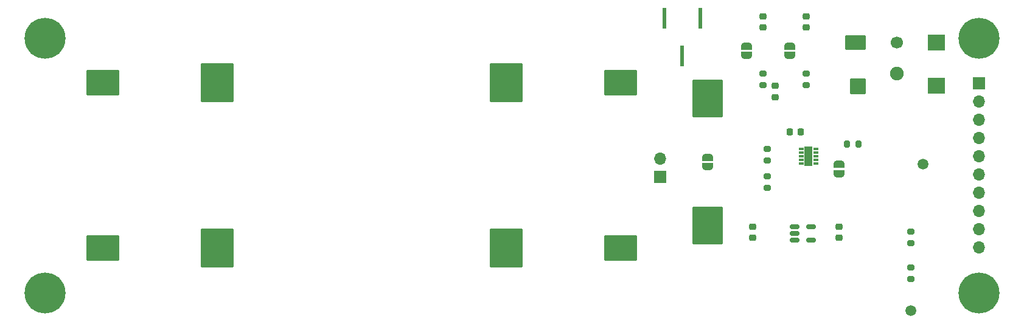
<source format=gts>
%TF.GenerationSoftware,KiCad,Pcbnew,8.0.5*%
%TF.CreationDate,2024-12-09T00:18:15-08:00*%
%TF.ProjectId,newbatt,6e657762-6174-4742-9e6b-696361645f70,3*%
%TF.SameCoordinates,Original*%
%TF.FileFunction,Soldermask,Top*%
%TF.FilePolarity,Negative*%
%FSLAX46Y46*%
G04 Gerber Fmt 4.6, Leading zero omitted, Abs format (unit mm)*
G04 Created by KiCad (PCBNEW 8.0.5) date 2024-12-09 00:18:15*
%MOMM*%
%LPD*%
G01*
G04 APERTURE LIST*
G04 Aperture macros list*
%AMRoundRect*
0 Rectangle with rounded corners*
0 $1 Rounding radius*
0 $2 $3 $4 $5 $6 $7 $8 $9 X,Y pos of 4 corners*
0 Add a 4 corners polygon primitive as box body*
4,1,4,$2,$3,$4,$5,$6,$7,$8,$9,$2,$3,0*
0 Add four circle primitives for the rounded corners*
1,1,$1+$1,$2,$3*
1,1,$1+$1,$4,$5*
1,1,$1+$1,$6,$7*
1,1,$1+$1,$8,$9*
0 Add four rect primitives between the rounded corners*
20,1,$1+$1,$2,$3,$4,$5,0*
20,1,$1+$1,$4,$5,$6,$7,0*
20,1,$1+$1,$6,$7,$8,$9,0*
20,1,$1+$1,$8,$9,$2,$3,0*%
%AMFreePoly0*
4,1,19,0.500000,-0.750000,0.000000,-0.750000,0.000000,-0.744911,-0.071157,-0.744911,-0.207708,-0.704816,-0.327430,-0.627875,-0.420627,-0.520320,-0.479746,-0.390866,-0.500000,-0.250000,-0.500000,0.250000,-0.479746,0.390866,-0.420627,0.520320,-0.327430,0.627875,-0.207708,0.704816,-0.071157,0.744911,0.000000,0.744911,0.000000,0.750000,0.500000,0.750000,0.500000,-0.750000,0.500000,-0.750000,
$1*%
%AMFreePoly1*
4,1,19,0.000000,0.744911,0.071157,0.744911,0.207708,0.704816,0.327430,0.627875,0.420627,0.520320,0.479746,0.390866,0.500000,0.250000,0.500000,-0.250000,0.479746,-0.390866,0.420627,-0.520320,0.327430,-0.627875,0.207708,-0.704816,0.071157,-0.744911,0.000000,-0.744911,0.000000,-0.750000,-0.500000,-0.750000,-0.500000,0.750000,0.000000,0.750000,0.000000,0.744911,0.000000,0.744911,
$1*%
G04 Aperture macros list end*
%ADD10C,0.000000*%
%ADD11C,1.500000*%
%ADD12FreePoly0,90.000000*%
%ADD13FreePoly1,90.000000*%
%ADD14RoundRect,0.102000X2.000000X-2.500000X2.000000X2.500000X-2.000000X2.500000X-2.000000X-2.500000X0*%
%ADD15C,3.600000*%
%ADD16C,5.700000*%
%ADD17R,0.558800X2.971800*%
%ADD18RoundRect,0.200000X0.275000X-0.200000X0.275000X0.200000X-0.275000X0.200000X-0.275000X-0.200000X0*%
%ADD19RoundRect,0.102000X2.150000X1.650000X-2.150000X1.650000X-2.150000X-1.650000X2.150000X-1.650000X0*%
%ADD20RoundRect,0.102000X2.150000X2.600000X-2.150000X2.600000X-2.150000X-2.600000X2.150000X-2.600000X0*%
%ADD21RoundRect,0.150000X-0.512500X-0.150000X0.512500X-0.150000X0.512500X0.150000X-0.512500X0.150000X0*%
%ADD22RoundRect,0.225000X-0.250000X0.225000X-0.250000X-0.225000X0.250000X-0.225000X0.250000X0.225000X0*%
%ADD23RoundRect,0.225000X0.225000X0.250000X-0.225000X0.250000X-0.225000X-0.250000X0.225000X-0.250000X0*%
%ADD24RoundRect,0.200000X-0.275000X0.200000X-0.275000X-0.200000X0.275000X-0.200000X0.275000X0.200000X0*%
%ADD25R,1.700000X1.700000*%
%ADD26O,1.700000X1.700000*%
%ADD27RoundRect,0.218750X-0.256250X0.218750X-0.256250X-0.218750X0.256250X-0.218750X0.256250X0.218750X0*%
%ADD28C,1.900000*%
%ADD29C,1.700000*%
%ADD30RoundRect,0.102000X1.100000X-1.000000X1.100000X1.000000X-1.100000X1.000000X-1.100000X-1.000000X0*%
%ADD31RoundRect,0.102000X1.300000X-0.950000X1.300000X0.950000X-1.300000X0.950000X-1.300000X-0.950000X0*%
%ADD32RoundRect,0.102000X1.000000X-1.000000X1.000000X1.000000X-1.000000X1.000000X-1.000000X-1.000000X0*%
%ADD33R,0.660400X0.304800*%
%ADD34C,0.508000*%
%ADD35R,0.939800X2.514600*%
%ADD36RoundRect,0.200000X-0.200000X-0.275000X0.200000X-0.275000X0.200000X0.275000X-0.200000X0.275000X0*%
G04 APERTURE END LIST*
D10*
%TO.C,U1*%
G36*
X125550000Y-37533400D02*
G01*
X125216600Y-37533400D01*
X125216600Y-34891800D01*
X125550000Y-34891800D01*
X125550000Y-37533400D01*
G37*
G36*
X126283400Y-35225200D02*
G01*
X125216600Y-35225200D01*
X125216600Y-34891800D01*
X126283400Y-34891800D01*
X126283400Y-35225200D01*
G37*
G36*
X126283400Y-36012600D02*
G01*
X125216600Y-36012600D01*
X125216600Y-35625200D01*
X126283400Y-35625200D01*
X126283400Y-36012600D01*
G37*
G36*
X126283400Y-36800000D02*
G01*
X125216600Y-36800000D01*
X125216600Y-36412600D01*
X126283400Y-36412600D01*
X126283400Y-36800000D01*
G37*
G36*
X126283400Y-37533400D02*
G01*
X125216600Y-37533400D01*
X125216600Y-37200000D01*
X126283400Y-37200000D01*
X126283400Y-37533400D01*
G37*
G36*
X126283400Y-37533400D02*
G01*
X125950000Y-37533400D01*
X125950000Y-34891800D01*
X126283400Y-34891800D01*
X126283400Y-37533400D01*
G37*
%TD*%
D11*
%TO.C,TP2*%
X140000000Y-57750000D03*
%TD*%
D12*
%TO.C,JP8*%
X111750000Y-37650000D03*
D13*
X111750000Y-36350000D03*
%TD*%
D14*
%TO.C,F1*%
X111750000Y-45850000D03*
X111750000Y-28150000D03*
%TD*%
D15*
%TO.C,H4*%
X149500000Y-55250000D03*
D16*
X149500000Y-55250000D03*
%TD*%
D15*
%TO.C,H1*%
X19500000Y-19750000D03*
D16*
X19500000Y-19750000D03*
%TD*%
D17*
%TO.C,S1*%
X110700000Y-17000000D03*
X108200000Y-22232400D03*
X105700000Y-17000000D03*
%TD*%
D18*
%TO.C,R2*%
X125400000Y-26325000D03*
X125400000Y-24675000D03*
%TD*%
D19*
%TO.C,BT2*%
X99635000Y-26000000D03*
D20*
X83685000Y-26000000D03*
X43485000Y-26000000D03*
D19*
X27535000Y-26000000D03*
%TD*%
%TO.C,BT1*%
X99635000Y-49000000D03*
D20*
X83685000Y-49000000D03*
X43485000Y-49000000D03*
D19*
X27535000Y-49000000D03*
%TD*%
D21*
%TO.C,U5*%
X123862500Y-46000000D03*
X123862500Y-46950000D03*
X123862500Y-47900000D03*
X126137500Y-47900000D03*
X126137500Y-46000000D03*
%TD*%
D12*
%TO.C,JP1*%
X130000000Y-38650000D03*
D13*
X130000000Y-37350000D03*
%TD*%
D15*
%TO.C,H3*%
X149500000Y-19750000D03*
D16*
X149500000Y-19750000D03*
%TD*%
D22*
%TO.C,C2*%
X121100000Y-26425000D03*
X121100000Y-27975000D03*
%TD*%
D23*
%TO.C,C1*%
X124700000Y-32800000D03*
X123150000Y-32800000D03*
%TD*%
D24*
%TO.C,R1*%
X120000000Y-35175000D03*
X120000000Y-36825000D03*
%TD*%
D22*
%TO.C,C17*%
X118000000Y-46000000D03*
X118000000Y-47550000D03*
%TD*%
D25*
%TO.C,J2*%
X149500000Y-26070000D03*
D26*
X149500000Y-28610000D03*
X149500000Y-31150000D03*
X149500000Y-33690000D03*
X149500000Y-36230000D03*
X149500000Y-38770000D03*
X149500000Y-41310000D03*
X149500000Y-43850000D03*
X149500000Y-46390000D03*
X149500000Y-48930000D03*
%TD*%
D12*
%TO.C,JP3*%
X117150000Y-22150000D03*
D13*
X117150000Y-20850000D03*
%TD*%
D11*
%TO.C,TP1*%
X141700000Y-37300000D03*
%TD*%
D27*
%TO.C,D2*%
X119400000Y-16712500D03*
X119400000Y-18287500D03*
%TD*%
D24*
%TO.C,RT1*%
X120000000Y-38975000D03*
X120000000Y-40625000D03*
%TD*%
D28*
%TO.C,J1*%
X138050000Y-24700000D03*
D29*
X138050000Y-20400000D03*
D30*
X143600000Y-26400000D03*
X143600000Y-20400000D03*
D31*
X132300000Y-20400000D03*
D32*
X132600000Y-26500000D03*
%TD*%
D33*
%TO.C,U1*%
X124721300Y-35212599D03*
X124721300Y-35712601D03*
X124721300Y-36212600D03*
X124721300Y-36712599D03*
X124721300Y-37212601D03*
X126778700Y-37212601D03*
X126778700Y-36712599D03*
X126778700Y-36212600D03*
X126778700Y-35712601D03*
X126778700Y-35212599D03*
D34*
X125750000Y-35425200D03*
X125750000Y-36212600D03*
D35*
X125750000Y-36212600D03*
D34*
X125750000Y-37000000D03*
%TD*%
D18*
%TO.C,R3*%
X119400000Y-26325000D03*
X119400000Y-24675000D03*
%TD*%
D12*
%TO.C,JP2*%
X123150000Y-22150000D03*
D13*
X123150000Y-20850000D03*
%TD*%
D27*
%TO.C,D1*%
X125400000Y-16712500D03*
X125400000Y-18287500D03*
%TD*%
D25*
%TO.C,TH1*%
X105100000Y-39075000D03*
D26*
X105100000Y-36535000D03*
%TD*%
D24*
%TO.C,R4*%
X140000000Y-46675000D03*
X140000000Y-48325000D03*
%TD*%
%TO.C,R5*%
X140000000Y-51675000D03*
X140000000Y-53325000D03*
%TD*%
D36*
%TO.C,R15*%
X131075000Y-34500000D03*
X132725000Y-34500000D03*
%TD*%
D15*
%TO.C,H2*%
X19500000Y-55250000D03*
D16*
X19500000Y-55250000D03*
%TD*%
D22*
%TO.C,C18*%
X130000000Y-46000000D03*
X130000000Y-47550000D03*
%TD*%
M02*

</source>
